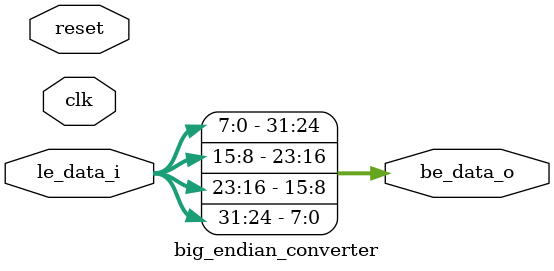
<source format=sv>
module big_endian_converter #(
  parameter DATA_W = 32
)(
  input   logic              clk,
  input   logic              reset,

  input   logic [DATA_W-1:0] le_data_i,

  output  logic [DATA_W-1:0] be_data_o

);

  localparam BYTE_N = DATA_W/8;
  localparam BITS_PER_BYTE = 8;

  always_comb begin
    for (int i = 0; i < BYTE_N; i++) begin
      for (int j = 0; j < BITS_PER_BYTE; j++) begin
        be_data_o[(i*BITS_PER_BYTE)+j] = le_data_i[(((BYTE_N-1)-i)*BITS_PER_BYTE)+j];
      end 
    end
  end

endmodule

</source>
